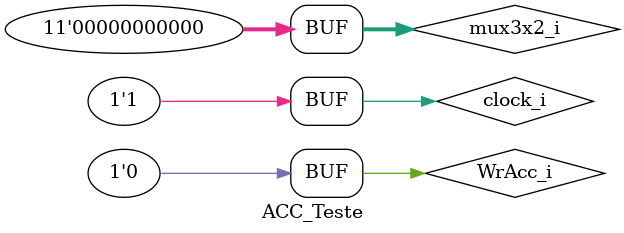
<source format=v>
`timescale 10 ns / 10 ns

module ACC_Teste;

//Inputs
reg [10:0] mux3x2_i;
reg clock_i;
reg WrAcc_i;

//Outputs
wire [10:0] Acc_o;//Saída do mux

ACC DUT(mux3x2_i, clock_i, WrAcc_i, Acc_o);
initial
	begin
	
	WrAcc_i = 1'b0;
	clock_i = 1'b0;
	mux3x2_i = 11'b1010;

	#5 clock_i = 1'b1;
	
	#5 WrAcc_i = 1'b1; clock_i = 1'b0;
	
	#5 clock_i = 1'b1;

	#5 mux3x2_i = 11'b1110; clock_i = 1'b0; WrAcc_i = 1'b0;
	
	#5 clock_i = 1'b1;
	
	#5 mux3x2_i = 11'b0;
	
	#5 mux3x2_i = 11'b0;
	
	end
endmodule 
</source>
